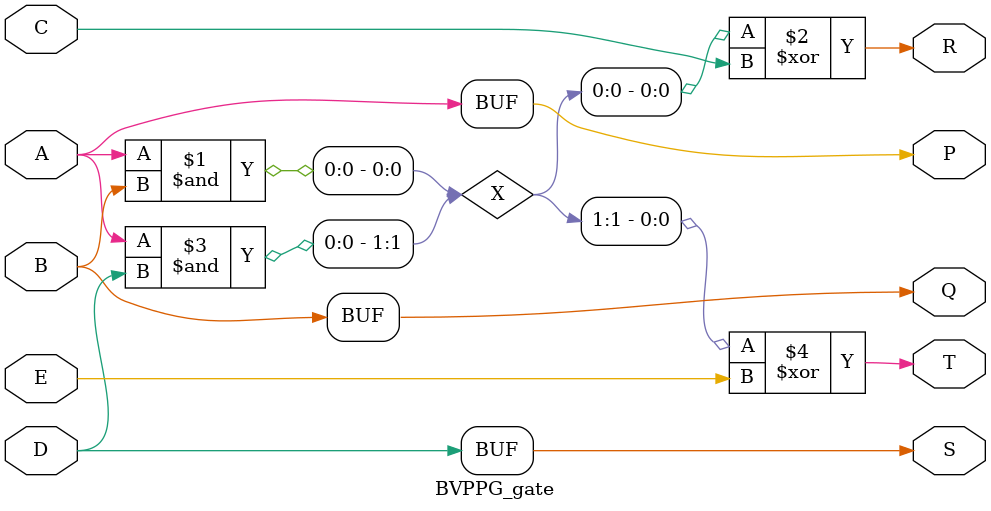
<source format=v>
module BVPPG_gate (
    input  wire A,   
    input  wire B,  
    input  wire C,
	 input  wire D,
	 input  wire E,
    output reg P,
	 output reg Q, 
	 output reg R,
	 output reg S,
	 output reg T
);

wire [1:0]X;

buf b1(P, A);
buf b2(Q, B);
and a1(X[0], A, B);
xor x1(R, X[0], C);
buf b3(S, D);
and a2(X[1], A, D);
xor x3(T, X[1], E);

   
endmodule

</source>
